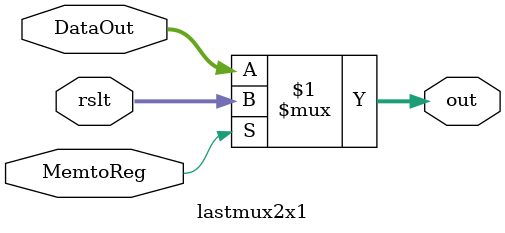
<source format=v>
module mux2x1_1(
input [31:0] imm,
input PCASRC,
output [31:0] mux_1out
);
assign mux_1out = PCASRC?imm:32'h00000004;
endmodule
module mux2x1_2(
input [31:0] rs1,
input [31:0] pcountervalue,
input PCBSRC,
output [31:0] mux_2out
);
assign mux_2out = PCBSRC?pcountervalue:rs1;
endmodule
module mux2x1_3(
input [31:0] rs1,
input [31:0] pcountervalue,
input ALUAsrc,
output [31:0] mux_3out
);
assign mux_3out = ALUAsrc?rs1:pcountervalue;
endmodule
module mux3x1_4(
input [31:0] rs2,
input [31:0] pcountervalue,
input [1:0] ALUBsrc,
output reg [31:0] mux_4out
);
always @(*) begin
    case(ALUBsrc)
        2'b00: mux_4out = 32'h00000004;     // Default increment
        2'b01: mux_4out = pcountervalue;              // Immediate
        2'b10: mux_4out = rs2;              // Register value (rs2)
        default: mux_4out = 32'h00000000;   // Safe default case
    endcase
end
endmodule
module lastmux2x1(
input [31:0] rslt,
input [31:0] DataOut,
input MemtoReg,
output [31:0] out
);
assign out = MemtoReg?rslt:DataOut;
endmodule
</source>
